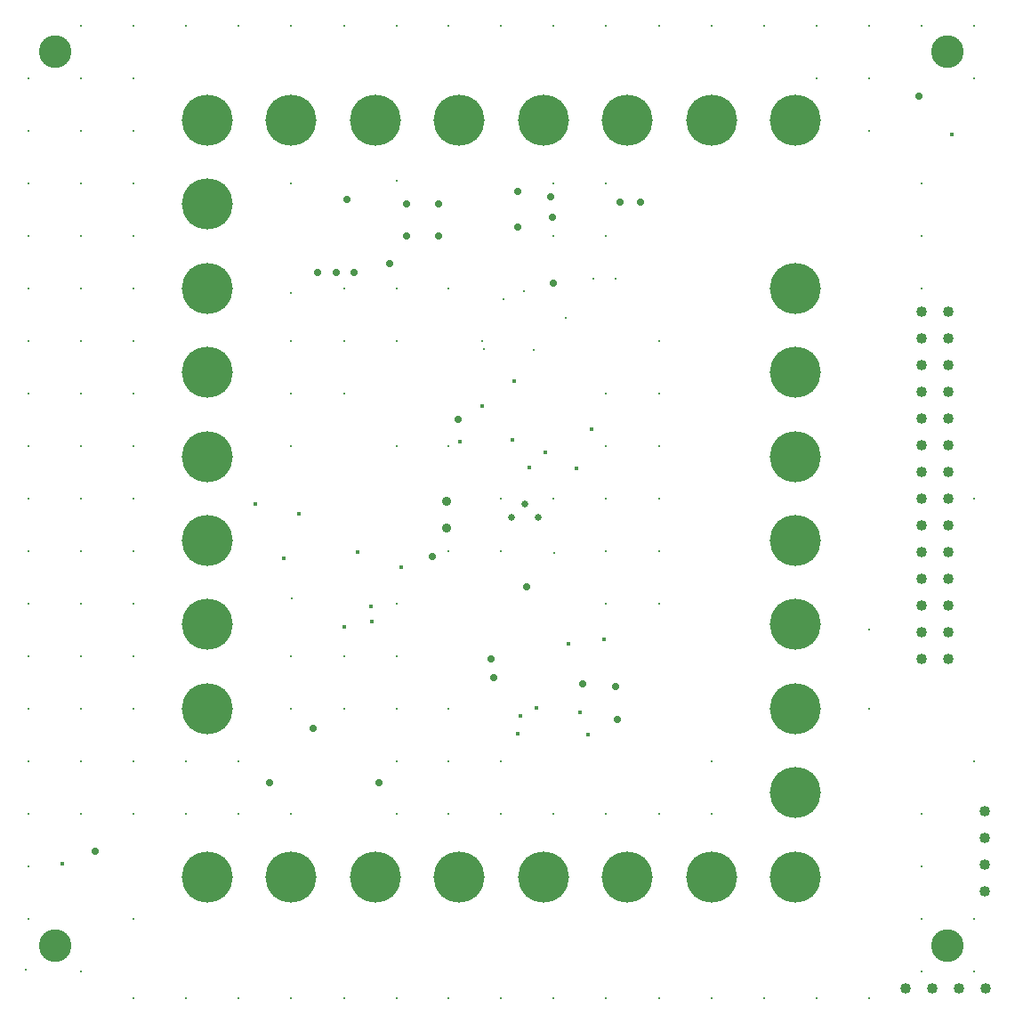
<source format=gbr>
%FSLAX23Y23*%
%MOIN*%
%SFA1B1*%

%IPPOS*%
%ADD104C,0.040160*%
%ADD105C,0.122050*%
%ADD106C,0.122050*%
%ADD107C,0.122050*%
%ADD108C,0.122050*%
%ADD109C,0.035430*%
%ADD110C,0.190950*%
%ADD111C,0.190950*%
%ADD112C,0.040160*%
%ADD113C,0.025590*%
%ADD114C,0.015750*%
%ADD115C,0.011810*%
%ADD116C,0.028000*%
%LNhumrigid1_pth_drill-1*%
%LPD*%
G54D104*
X2011Y-1637D03*
X1911D03*
X1811D03*
X1711D03*
G54D105*
X1870Y1870D03*
G54D106*
X-1476Y1870D03*
G54D107*
X-1476Y-1476D03*
G54D108*
X1870Y-1476D03*
G54D109*
X-9Y187D03*
Y88D03*
G54D110*
X1299Y669D03*
Y354D03*
Y39D03*
Y-275D03*
Y-590D03*
Y-905D03*
Y-1220D03*
X-905Y669D03*
Y984D03*
Y-275D03*
Y39D03*
Y354D03*
Y1299D03*
X1299Y1614D03*
X-905Y-590D03*
X1299Y984D03*
G54D111*
X-275Y1614D03*
X-590D03*
X669D03*
X984D03*
X354D03*
X39D03*
X-905D03*
X-275Y-1220D03*
X-590D03*
X669D03*
X984D03*
X354D03*
X39D03*
X-905D03*
G54D112*
X2007Y-1272D03*
Y-1172D03*
Y-1072D03*
Y-972D03*
X1871Y597D03*
X1771Y-302D03*
X1871Y697D03*
X1771Y-402D03*
X1871D03*
Y-302D03*
Y-202D03*
Y-102D03*
Y-2D03*
Y97D03*
Y197D03*
Y297D03*
Y397D03*
Y497D03*
X1771Y-202D03*
Y-102D03*
Y-2D03*
Y97D03*
Y197D03*
Y297D03*
Y397D03*
Y497D03*
Y597D03*
Y697D03*
Y797D03*
Y897D03*
X1871Y797D03*
Y897D03*
G54D113*
X284Y177D03*
X334Y127D03*
X234D03*
G54D114*
X330Y-586D03*
X267Y-618D03*
X259Y-685D03*
X1885Y1559D03*
X492Y-602D03*
X448Y-346D03*
X582Y-330D03*
X-177Y-59D03*
X-343Y-5D03*
X-562Y141D03*
X-724Y177D03*
X-618Y-27D03*
X-393Y-283D03*
X-287Y-263D03*
X362Y370D03*
X303Y314D03*
X480Y311D03*
X244Y637D03*
X535Y456D03*
X240Y417D03*
X43Y411D03*
X125Y543D03*
X-1448Y-1169D03*
X521Y-688D03*
X-293Y-208D03*
G54D115*
X196Y-787D03*
X-1574Y-1181D03*
X-1181Y-1377D03*
X1574Y-295D03*
Y-590D03*
X1968Y196D03*
X1771Y984D03*
Y1181D03*
Y1377D03*
X1574Y1574D03*
X1968Y-787D03*
X1771Y-984D03*
Y-1181D03*
X1968Y-1574D03*
Y-1377D03*
X1771D03*
Y-1574D03*
X1574Y-1673D03*
X1377D03*
X1181D03*
X984D03*
X787D03*
X590D03*
X393D03*
X196D03*
X0D03*
X-196D03*
X-393D03*
X-590D03*
X-787D03*
X-984D03*
X-1181D03*
X-1377Y-1574D03*
X-1585Y-1568D03*
X-1574Y-1377D03*
X1377Y1771D03*
X1574D03*
X1968D03*
Y1968D03*
X1771D03*
X1574D03*
X1377D03*
X1181D03*
X984D03*
X787D03*
X590D03*
X196D03*
X393D03*
X0D03*
X-196D03*
X-393D03*
X-590D03*
X-787D03*
X-984D03*
X-1377D03*
X-1181D03*
X590Y1377D03*
Y1181D03*
X393D03*
Y1377D03*
X-196Y1387D03*
X-590Y1377D03*
X-591Y967D03*
X-393Y984D03*
X-196D03*
X0D03*
X-196Y787D03*
X-393Y590D03*
Y787D03*
X-590D03*
Y590D03*
Y393D03*
X-587Y-177D03*
X-196Y-393D03*
Y-196D03*
Y393D03*
X0D03*
Y0D03*
X196D03*
Y196D03*
X393D03*
X396Y-7D03*
X590Y-196D03*
Y0D03*
Y196D03*
Y393D03*
Y590D03*
X787Y787D03*
Y590D03*
Y393D03*
Y196D03*
Y0D03*
Y-196D03*
X984Y-787D03*
Y-984D03*
X787D03*
X590D03*
X393D03*
X196D03*
X0Y-590D03*
Y-787D03*
Y-984D03*
X-196D03*
Y-787D03*
Y-590D03*
X-393D03*
Y-393D03*
X-590D03*
Y-590D03*
X-787Y-787D03*
X-984D03*
X-590Y-984D03*
X-787D03*
X-984D03*
X-1181D03*
X-1377D03*
X-1574D03*
Y-787D03*
X-1377D03*
X-1181D03*
Y-590D03*
X-1377D03*
X-1574D03*
Y-393D03*
X-1377D03*
X-1181D03*
Y-196D03*
X-1377D03*
X-1574D03*
Y0D03*
X-1377D03*
X-1181D03*
Y196D03*
X-1377D03*
X-1574D03*
Y393D03*
X-1377D03*
X-1181D03*
Y590D03*
X-1377D03*
X-1574D03*
Y787D03*
X-1377D03*
X-1181D03*
Y984D03*
X-1377D03*
X-1574D03*
Y1181D03*
X-1377D03*
X-1181D03*
Y1377D03*
X-1377D03*
X-1574D03*
Y1771D03*
X-1377D03*
X-1181D03*
Y1574D03*
X-1377D03*
X-1574D03*
X317Y752D03*
X204Y944D03*
X133Y755D03*
X125Y787D03*
X543Y1019D03*
X625D03*
X283Y972D03*
X440Y874D03*
G54D116*
X-1326Y-1125D03*
X1761Y1702D03*
X291Y-133D03*
X-62Y-19D03*
X720Y1307D03*
X641D03*
X157Y-405D03*
X259Y1212D03*
Y1346D03*
X-263Y-866D03*
X-673D03*
X-507Y-665D03*
X393Y1003D03*
X625Y-507D03*
X503Y-496D03*
X633Y-629D03*
X35Y492D03*
X389Y1251D03*
X381Y1326D03*
X-383Y1318D03*
X-423Y1043D03*
X-492D03*
X-354D03*
X-221Y1078D03*
X-39Y1181D03*
X-157D03*
Y1299D03*
X-39D03*
X167Y-472D03*
M02*
</source>
